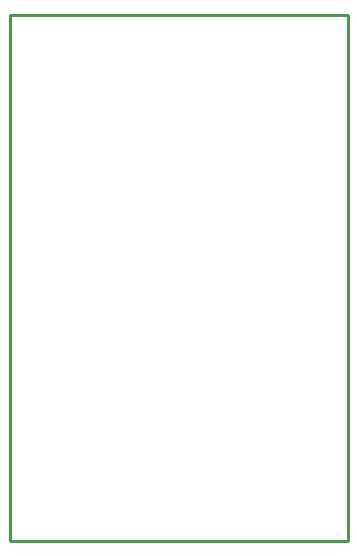
<source format=gko>
G04 Layer: BoardOutlineLayer*
G04 EasyEDA v6.5.5, 2022-07-05 01:29:27*
G04 53968c1b96fc4b8a88d45afed03194a1,2d51f53f3cf64b0da7006fab460d3095,10*
G04 Gerber Generator version 0.2*
G04 Scale: 100 percent, Rotated: No, Reflected: No *
G04 Dimensions in millimeters *
G04 leading zeros omitted , absolute positions ,4 integer and 5 decimal *
%FSLAX45Y45*%
%MOMM*%

%ADD10C,0.2540*%
D10*
X825500Y6121400D02*
G01*
X825500Y1663700D01*
X3683000Y1663700D01*
X3683000Y6121400D01*
X825500Y6121400D01*

%LPD*%
M02*

</source>
